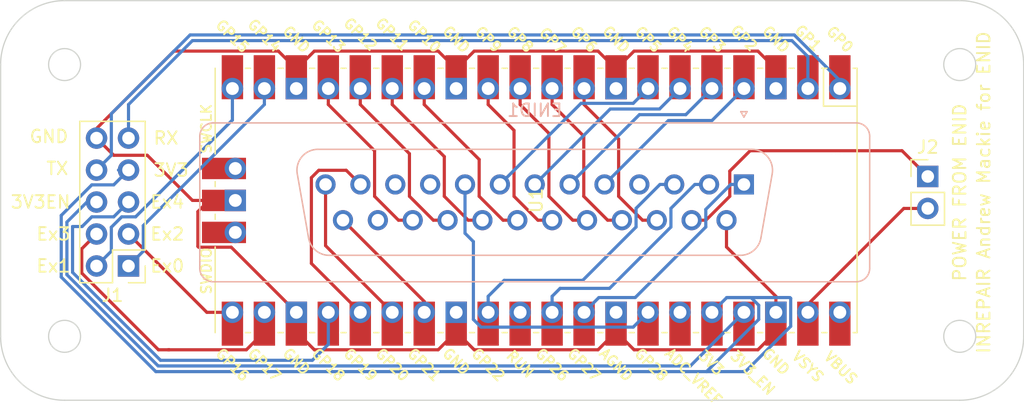
<source format=kicad_pcb>
(kicad_pcb (version 20171130) (host pcbnew "(5.1.8)-1")

  (general
    (thickness 1.6)
    (drawings 24)
    (tracks 201)
    (zones 0)
    (modules 4)
    (nets 41)
  )

  (page A4)
  (layers
    (0 F.Cu signal)
    (31 B.Cu signal)
    (32 B.Adhes user)
    (33 F.Adhes user)
    (34 B.Paste user)
    (35 F.Paste user)
    (36 B.SilkS user)
    (37 F.SilkS user)
    (38 B.Mask user)
    (39 F.Mask user)
    (40 Dwgs.User user)
    (41 Cmts.User user)
    (42 Eco1.User user)
    (43 Eco2.User user)
    (44 Edge.Cuts user)
    (45 Margin user)
    (46 B.CrtYd user)
    (47 F.CrtYd user)
    (48 B.Fab user)
    (49 F.Fab user)
  )

  (setup
    (last_trace_width 0.25)
    (trace_clearance 0.2)
    (zone_clearance 0.508)
    (zone_45_only no)
    (trace_min 0.2)
    (via_size 0.8)
    (via_drill 0.4)
    (via_min_size 0.4)
    (via_min_drill 0.3)
    (uvia_size 0.3)
    (uvia_drill 0.1)
    (uvias_allowed no)
    (uvia_min_size 0.2)
    (uvia_min_drill 0.1)
    (edge_width 0.1)
    (segment_width 0.2)
    (pcb_text_width 0.3)
    (pcb_text_size 1.5 1.5)
    (mod_edge_width 0.15)
    (mod_text_size 1 1)
    (mod_text_width 0.15)
    (pad_size 1.524 1.524)
    (pad_drill 0.762)
    (pad_to_mask_clearance 0)
    (aux_axis_origin 0 0)
    (visible_elements FFFFFF7F)
    (pcbplotparams
      (layerselection 0x010fc_ffffffff)
      (usegerberextensions false)
      (usegerberattributes true)
      (usegerberadvancedattributes true)
      (creategerberjobfile true)
      (excludeedgelayer true)
      (linewidth 0.100000)
      (plotframeref false)
      (viasonmask false)
      (mode 1)
      (useauxorigin false)
      (hpglpennumber 1)
      (hpglpenspeed 20)
      (hpglpendiameter 15.000000)
      (psnegative false)
      (psa4output false)
      (plotreference true)
      (plotvalue true)
      (plotinvisibletext false)
      (padsonsilk false)
      (subtractmaskfromsilk false)
      (outputformat 1)
      (mirror false)
      (drillshape 1)
      (scaleselection 1)
      (outputdirectory ""))
  )

  (net 0 "")
  (net 1 WAIT_REQUEST)
  (net 2 RESET)
  (net 3 DATA_0)
  (net 4 DATA_1)
  (net 5 DATA_2)
  (net 6 DATA_3)
  (net 7 DATA_4)
  (net 8 DATA_5)
  (net 9 DATA_6)
  (net 10 DATA_7)
  (net 11 +5V_1)
  (net 12 GND)
  (net 13 INTERRUPT_REQUEST)
  (net 14 INTERRUPT_ACKNOWLEDGE)
  (net 15 3.58MhzClock)
  (net 16 AUDIO)
  (net 17 CARD_SELECT)
  (net 18 ADDRESS_0)
  (net 19 ADDRESS_1)
  (net 20 ADDRESS_2)
  (net 21 ADDRESS_3)
  (net 22 1.79MhzClock)
  (net 23 WRITE)
  (net 24 READ)
  (net 25 IO_REQUEST)
  (net 26 RX)
  (net 27 TX)
  (net 28 3V3)
  (net 29 3V3_EN)
  (net 30 EXTRA_4)
  (net 31 EXTRA_3)
  (net 32 EXTRA_2)
  (net 33 EXTRA_1)
  (net 34 EXTRA_0)
  (net 35 VSYS)
  (net 36 "Net-(U1-Pad43)")
  (net 37 "Net-(U1-Pad41)")
  (net 38 "Net-(U1-Pad30)")
  (net 39 "Net-(U1-Pad35)")
  (net 40 "Net-(U1-Pad40)")

  (net_class Default "This is the default net class."
    (clearance 0.2)
    (trace_width 0.25)
    (via_dia 0.8)
    (via_drill 0.4)
    (uvia_dia 0.3)
    (uvia_drill 0.1)
    (add_net +5V_1)
    (add_net 1.79MhzClock)
    (add_net 3.58MhzClock)
    (add_net 3V3)
    (add_net 3V3_EN)
    (add_net ADDRESS_0)
    (add_net ADDRESS_1)
    (add_net ADDRESS_2)
    (add_net ADDRESS_3)
    (add_net AUDIO)
    (add_net CARD_SELECT)
    (add_net DATA_0)
    (add_net DATA_1)
    (add_net DATA_2)
    (add_net DATA_3)
    (add_net DATA_4)
    (add_net DATA_5)
    (add_net DATA_6)
    (add_net DATA_7)
    (add_net EXTRA_0)
    (add_net EXTRA_1)
    (add_net EXTRA_2)
    (add_net EXTRA_3)
    (add_net EXTRA_4)
    (add_net GND)
    (add_net INTERRUPT_ACKNOWLEDGE)
    (add_net INTERRUPT_REQUEST)
    (add_net IO_REQUEST)
    (add_net "Net-(U1-Pad30)")
    (add_net "Net-(U1-Pad35)")
    (add_net "Net-(U1-Pad40)")
    (add_net "Net-(U1-Pad41)")
    (add_net "Net-(U1-Pad43)")
    (add_net READ)
    (add_net RESET)
    (add_net RX)
    (add_net TX)
    (add_net VSYS)
    (add_net WAIT_REQUEST)
    (add_net WRITE)
  )

  (module Connector_Dsub:DSUB-25_Male_Vertical_P2.77x2.84mm (layer B.Cu) (tedit 59FEDEE2) (tstamp 64331018)
    (at 121.92 67.945 180)
    (descr "25-pin D-Sub connector, straight/vertical, THT-mount, male, pitch 2.77x2.84mm, distance of mounting holes 47.1mm, see https://disti-assets.s3.amazonaws.com/tonar/files/datasheets/16730.pdf")
    (tags "25-pin D-Sub connector straight vertical THT male pitch 2.77x2.84mm mounting holes distance 47.1mm")
    (path /64040DFF)
    (fp_text reference ENID1 (at 16.62 5.89) (layer B.SilkS)
      (effects (font (size 1 1) (thickness 0.15)) (justify mirror))
    )
    (fp_text value DB25_Male_MountingHoles (at 16.62 -8.73) (layer B.Fab)
      (effects (font (size 1 1) (thickness 0.15)) (justify mirror))
    )
    (fp_text user %R (at 16.62 -1.42) (layer B.Fab)
      (effects (font (size 1 1) (thickness 0.15)) (justify mirror))
    )
    (fp_arc (start 32.952421 -3.97) (end 32.952421 -5.63) (angle 80) (layer B.SilkS) (width 0.12))
    (fp_arc (start 0.287579 -3.97) (end 0.287579 -5.63) (angle -80) (layer B.SilkS) (width 0.12))
    (fp_arc (start 33.851689 1.13) (end 33.851689 2.79) (angle -100) (layer B.SilkS) (width 0.12))
    (fp_arc (start -0.611689 1.13) (end -0.611689 2.79) (angle 100) (layer B.SilkS) (width 0.12))
    (fp_arc (start 32.963927 -3.97) (end 32.963927 -5.57) (angle 80) (layer B.Fab) (width 0.1))
    (fp_arc (start 0.276073 -3.97) (end 0.276073 -5.57) (angle -80) (layer B.Fab) (width 0.1))
    (fp_arc (start 33.863194 1.13) (end 33.863194 2.73) (angle -100) (layer B.Fab) (width 0.1))
    (fp_arc (start -0.623194 1.13) (end -0.623194 2.73) (angle 100) (layer B.Fab) (width 0.1))
    (fp_arc (start 42.17 -6.67) (end 43.23 -6.67) (angle -90) (layer B.SilkS) (width 0.12))
    (fp_arc (start -8.93 -6.67) (end -9.99 -6.67) (angle 90) (layer B.SilkS) (width 0.12))
    (fp_arc (start 42.17 3.83) (end 42.17 4.89) (angle -90) (layer B.SilkS) (width 0.12))
    (fp_arc (start -8.93 3.83) (end -9.99 3.83) (angle -90) (layer B.SilkS) (width 0.12))
    (fp_arc (start 42.17 -6.67) (end 43.17 -6.67) (angle -90) (layer B.Fab) (width 0.1))
    (fp_arc (start -8.93 -6.67) (end -9.93 -6.67) (angle 90) (layer B.Fab) (width 0.1))
    (fp_arc (start 42.17 3.83) (end 42.17 4.83) (angle -90) (layer B.Fab) (width 0.1))
    (fp_arc (start -8.93 3.83) (end -9.93 3.83) (angle -90) (layer B.Fab) (width 0.1))
    (fp_line (start -8.93 4.83) (end 42.17 4.83) (layer B.Fab) (width 0.1))
    (fp_line (start 43.17 3.83) (end 43.17 -6.67) (layer B.Fab) (width 0.1))
    (fp_line (start 42.17 -7.67) (end -8.93 -7.67) (layer B.Fab) (width 0.1))
    (fp_line (start -9.93 -6.67) (end -9.93 3.83) (layer B.Fab) (width 0.1))
    (fp_line (start -8.93 4.89) (end 42.17 4.89) (layer B.SilkS) (width 0.12))
    (fp_line (start 43.23 3.83) (end 43.23 -6.67) (layer B.SilkS) (width 0.12))
    (fp_line (start 42.17 -7.73) (end -8.93 -7.73) (layer B.SilkS) (width 0.12))
    (fp_line (start -9.99 -6.67) (end -9.99 3.83) (layer B.SilkS) (width 0.12))
    (fp_line (start -0.25 5.784338) (end 0.25 5.784338) (layer B.SilkS) (width 0.12))
    (fp_line (start 0.25 5.784338) (end 0 5.351325) (layer B.SilkS) (width 0.12))
    (fp_line (start 0 5.351325) (end -0.25 5.784338) (layer B.SilkS) (width 0.12))
    (fp_line (start -0.623194 2.73) (end 33.863194 2.73) (layer B.Fab) (width 0.1))
    (fp_line (start 0.276073 -5.57) (end 32.963927 -5.57) (layer B.Fab) (width 0.1))
    (fp_line (start 35.438887 0.852163) (end 34.539619 -4.247837) (layer B.Fab) (width 0.1))
    (fp_line (start -2.198887 0.852163) (end -1.299619 -4.247837) (layer B.Fab) (width 0.1))
    (fp_line (start -0.611689 2.79) (end 33.851689 2.79) (layer B.SilkS) (width 0.12))
    (fp_line (start 0.287579 -5.63) (end 32.952421 -5.63) (layer B.SilkS) (width 0.12))
    (fp_line (start 35.48647 0.841744) (end 34.587202 -4.258256) (layer B.SilkS) (width 0.12))
    (fp_line (start -2.24647 0.841744) (end -1.347202 -4.258256) (layer B.SilkS) (width 0.12))
    (fp_line (start -10.45 5.35) (end -10.45 -8.2) (layer B.CrtYd) (width 0.05))
    (fp_line (start -10.45 -8.2) (end 43.7 -8.2) (layer B.CrtYd) (width 0.05))
    (fp_line (start 43.7 -8.2) (end 43.7 5.35) (layer B.CrtYd) (width 0.05))
    (fp_line (start 43.7 5.35) (end -10.45 5.35) (layer B.CrtYd) (width 0.05))
    (pad 25 thru_hole circle (at 31.855 -2.84 180) (size 1.6 1.6) (drill 1) (layers *.Cu *.Mask)
      (net 1 WAIT_REQUEST))
    (pad 24 thru_hole circle (at 29.085 -2.84 180) (size 1.6 1.6) (drill 1) (layers *.Cu *.Mask)
      (net 2 RESET))
    (pad 23 thru_hole circle (at 26.315 -2.84 180) (size 1.6 1.6) (drill 1) (layers *.Cu *.Mask)
      (net 3 DATA_0))
    (pad 22 thru_hole circle (at 23.545 -2.84 180) (size 1.6 1.6) (drill 1) (layers *.Cu *.Mask)
      (net 4 DATA_1))
    (pad 21 thru_hole circle (at 20.775 -2.84 180) (size 1.6 1.6) (drill 1) (layers *.Cu *.Mask)
      (net 5 DATA_2))
    (pad 20 thru_hole circle (at 18.005 -2.84 180) (size 1.6 1.6) (drill 1) (layers *.Cu *.Mask)
      (net 6 DATA_3))
    (pad 19 thru_hole circle (at 15.235 -2.84 180) (size 1.6 1.6) (drill 1) (layers *.Cu *.Mask)
      (net 7 DATA_4))
    (pad 18 thru_hole circle (at 12.465 -2.84 180) (size 1.6 1.6) (drill 1) (layers *.Cu *.Mask)
      (net 8 DATA_5))
    (pad 17 thru_hole circle (at 9.695 -2.84 180) (size 1.6 1.6) (drill 1) (layers *.Cu *.Mask)
      (net 9 DATA_6))
    (pad 16 thru_hole circle (at 6.925 -2.84 180) (size 1.6 1.6) (drill 1) (layers *.Cu *.Mask)
      (net 10 DATA_7))
    (pad 15 thru_hole circle (at 4.155 -2.84 180) (size 1.6 1.6) (drill 1) (layers *.Cu *.Mask)
      (net 11 +5V_1))
    (pad 14 thru_hole circle (at 1.385 -2.84 180) (size 1.6 1.6) (drill 1) (layers *.Cu *.Mask)
      (net 12 GND))
    (pad 13 thru_hole circle (at 33.24 0 180) (size 1.6 1.6) (drill 1) (layers *.Cu *.Mask)
      (net 13 INTERRUPT_REQUEST))
    (pad 12 thru_hole circle (at 30.47 0 180) (size 1.6 1.6) (drill 1) (layers *.Cu *.Mask)
      (net 14 INTERRUPT_ACKNOWLEDGE))
    (pad 11 thru_hole circle (at 27.7 0 180) (size 1.6 1.6) (drill 1) (layers *.Cu *.Mask)
      (net 15 3.58MhzClock))
    (pad 10 thru_hole circle (at 24.93 0 180) (size 1.6 1.6) (drill 1) (layers *.Cu *.Mask)
      (net 16 AUDIO))
    (pad 9 thru_hole circle (at 22.16 0 180) (size 1.6 1.6) (drill 1) (layers *.Cu *.Mask)
      (net 17 CARD_SELECT))
    (pad 8 thru_hole circle (at 19.39 0 180) (size 1.6 1.6) (drill 1) (layers *.Cu *.Mask)
      (net 18 ADDRESS_0))
    (pad 7 thru_hole circle (at 16.62 0 180) (size 1.6 1.6) (drill 1) (layers *.Cu *.Mask)
      (net 19 ADDRESS_1))
    (pad 6 thru_hole circle (at 13.85 0 180) (size 1.6 1.6) (drill 1) (layers *.Cu *.Mask)
      (net 20 ADDRESS_2))
    (pad 5 thru_hole circle (at 11.08 0 180) (size 1.6 1.6) (drill 1) (layers *.Cu *.Mask)
      (net 21 ADDRESS_3))
    (pad 4 thru_hole circle (at 8.31 0 180) (size 1.6 1.6) (drill 1) (layers *.Cu *.Mask)
      (net 22 1.79MhzClock))
    (pad 3 thru_hole circle (at 5.54 0 180) (size 1.6 1.6) (drill 1) (layers *.Cu *.Mask)
      (net 23 WRITE))
    (pad 2 thru_hole circle (at 2.77 0 180) (size 1.6 1.6) (drill 1) (layers *.Cu *.Mask)
      (net 24 READ))
    (pad 1 thru_hole rect (at 0 0 180) (size 1.6 1.6) (drill 1) (layers *.Cu *.Mask)
      (net 25 IO_REQUEST))
    (model ${KISYS3DMOD}/Connector_Dsub.3dshapes/DSUB-25_Male_Vertical_P2.77x2.84mm.wrl
      (at (xyz 0 0 0))
      (scale (xyz 1 1 1))
      (rotate (xyz 0 0 0))
    )
  )

  (module RaspyPie:RPi_Pico_SMD_TH (layer F.Cu) (tedit 5F638C80) (tstamp 64331114)
    (at 105.41 69.215 270)
    (descr "Through hole straight pin header, 2x20, 2.54mm pitch, double rows")
    (tags "Through hole pin header THT 2x20 2.54mm double row")
    (path /6431F1F0)
    (fp_text reference U1 (at 0 0 90) (layer F.SilkS)
      (effects (font (size 1 1) (thickness 0.15)))
    )
    (fp_text value Pico (at 0 2.159 90) (layer F.Fab)
      (effects (font (size 1 1) (thickness 0.15)))
    )
    (fp_text user "Copper Keepouts shown on Dwgs layer" (at 0.1 -30.2 90) (layer Cmts.User)
      (effects (font (size 1 1) (thickness 0.15)))
    )
    (fp_text user SWDIO (at 5.6 26.2 90) (layer F.SilkS)
      (effects (font (size 0.8 0.8) (thickness 0.15)))
    )
    (fp_text user SWCLK (at -5.7 26.2 90) (layer F.SilkS)
      (effects (font (size 0.8 0.8) (thickness 0.15)))
    )
    (fp_text user AGND (at 13.054 -6.35 135) (layer F.SilkS)
      (effects (font (size 0.8 0.8) (thickness 0.15)))
    )
    (fp_text user GND (at 12.8 -19.05 135) (layer F.SilkS)
      (effects (font (size 0.8 0.8) (thickness 0.15)))
    )
    (fp_text user GND (at 12.8 6.35 135) (layer F.SilkS)
      (effects (font (size 0.8 0.8) (thickness 0.15)))
    )
    (fp_text user GND (at 12.8 19.05 135) (layer F.SilkS)
      (effects (font (size 0.8 0.8) (thickness 0.15)))
    )
    (fp_text user GND (at -12.8 19.05 135) (layer F.SilkS)
      (effects (font (size 0.8 0.8) (thickness 0.15)))
    )
    (fp_text user GND (at -12.8 6.35 135) (layer F.SilkS)
      (effects (font (size 0.8 0.8) (thickness 0.15)))
    )
    (fp_text user GND (at -12.8 -6.35 135) (layer F.SilkS)
      (effects (font (size 0.8 0.8) (thickness 0.15)))
    )
    (fp_text user GND (at -12.8 -19.05 135) (layer F.SilkS)
      (effects (font (size 0.8 0.8) (thickness 0.15)))
    )
    (fp_text user VBUS (at 13.3 -24.2 135) (layer F.SilkS)
      (effects (font (size 0.8 0.8) (thickness 0.15)))
    )
    (fp_text user VSYS (at 13.2 -21.59 135) (layer F.SilkS)
      (effects (font (size 0.8 0.8) (thickness 0.15)))
    )
    (fp_text user 3V3_EN (at 13.7 -17.2 135) (layer F.SilkS)
      (effects (font (size 0.8 0.8) (thickness 0.15)))
    )
    (fp_text user 3V3 (at 12.9 -13.9 135) (layer F.SilkS)
      (effects (font (size 0.8 0.8) (thickness 0.15)))
    )
    (fp_text user ADC_VREF (at 14 -12.5 135) (layer F.SilkS)
      (effects (font (size 0.8 0.8) (thickness 0.15)))
    )
    (fp_text user GP28 (at 13.054 -9.144 135) (layer F.SilkS)
      (effects (font (size 0.8 0.8) (thickness 0.15)))
    )
    (fp_text user GP27 (at 13.054 -3.8 135) (layer F.SilkS)
      (effects (font (size 0.8 0.8) (thickness 0.15)))
    )
    (fp_text user GP26 (at 13.054 -1.27 135) (layer F.SilkS)
      (effects (font (size 0.8 0.8) (thickness 0.15)))
    )
    (fp_text user RUN (at 13 1.27 135) (layer F.SilkS)
      (effects (font (size 0.8 0.8) (thickness 0.15)))
    )
    (fp_text user GP22 (at 13.054 3.81 135) (layer F.SilkS)
      (effects (font (size 0.8 0.8) (thickness 0.15)))
    )
    (fp_text user GP21 (at 13.054 8.9 135) (layer F.SilkS)
      (effects (font (size 0.8 0.8) (thickness 0.15)))
    )
    (fp_text user GP20 (at 13.054 11.43 135) (layer F.SilkS)
      (effects (font (size 0.8 0.8) (thickness 0.15)))
    )
    (fp_text user GP19 (at 13.054 13.97 135) (layer F.SilkS)
      (effects (font (size 0.8 0.8) (thickness 0.15)))
    )
    (fp_text user GP18 (at 13.054 16.51 135) (layer F.SilkS)
      (effects (font (size 0.8 0.8) (thickness 0.15)))
    )
    (fp_text user GP17 (at 13.054 21.59 135) (layer F.SilkS)
      (effects (font (size 0.8 0.8) (thickness 0.15)))
    )
    (fp_text user GP16 (at 13.054 24.13 135) (layer F.SilkS)
      (effects (font (size 0.8 0.8) (thickness 0.15)))
    )
    (fp_text user GP15 (at -13.054 24.13 135) (layer F.SilkS)
      (effects (font (size 0.8 0.8) (thickness 0.15)))
    )
    (fp_text user GP14 (at -13.1 21.59 135) (layer F.SilkS)
      (effects (font (size 0.8 0.8) (thickness 0.15)))
    )
    (fp_text user GP13 (at -13.054 16.51 135) (layer F.SilkS)
      (effects (font (size 0.8 0.8) (thickness 0.15)))
    )
    (fp_text user GP12 (at -13.2 13.97 135) (layer F.SilkS)
      (effects (font (size 0.8 0.8) (thickness 0.15)))
    )
    (fp_text user GP11 (at -13.2 11.43 135) (layer F.SilkS)
      (effects (font (size 0.8 0.8) (thickness 0.15)))
    )
    (fp_text user GP10 (at -13.054 8.89 135) (layer F.SilkS)
      (effects (font (size 0.8 0.8) (thickness 0.15)))
    )
    (fp_text user GP9 (at -12.8 3.81 135) (layer F.SilkS)
      (effects (font (size 0.8 0.8) (thickness 0.15)))
    )
    (fp_text user GP8 (at -12.8 1.27 135) (layer F.SilkS)
      (effects (font (size 0.8 0.8) (thickness 0.15)))
    )
    (fp_text user GP7 (at -12.7 -1.3 135) (layer F.SilkS)
      (effects (font (size 0.8 0.8) (thickness 0.15)))
    )
    (fp_text user GP6 (at -12.8 -3.81 135) (layer F.SilkS)
      (effects (font (size 0.8 0.8) (thickness 0.15)))
    )
    (fp_text user GP5 (at -12.8 -8.89 135) (layer F.SilkS)
      (effects (font (size 0.8 0.8) (thickness 0.15)))
    )
    (fp_text user GP4 (at -12.8 -11.43 135) (layer F.SilkS)
      (effects (font (size 0.8 0.8) (thickness 0.15)))
    )
    (fp_text user GP3 (at -12.8 -13.97 135) (layer F.SilkS)
      (effects (font (size 0.8 0.8) (thickness 0.15)))
    )
    (fp_text user GP0 (at -12.8 -24.13 135) (layer F.SilkS)
      (effects (font (size 0.8 0.8) (thickness 0.15)))
    )
    (fp_text user GP2 (at -12.9 -16.51 135) (layer F.SilkS)
      (effects (font (size 0.8 0.8) (thickness 0.15)))
    )
    (fp_text user GP1 (at -12.9 -21.6 135) (layer F.SilkS)
      (effects (font (size 0.8 0.8) (thickness 0.15)))
    )
    (fp_text user %R (at 0 0 270) (layer F.Fab)
      (effects (font (size 1 1) (thickness 0.15)))
    )
    (fp_line (start 1.1 25.5) (end 1.5 25.5) (layer F.SilkS) (width 0.12))
    (fp_line (start -1.5 25.5) (end -1.1 25.5) (layer F.SilkS) (width 0.12))
    (fp_line (start 10.5 25.5) (end 3.7 25.5) (layer F.SilkS) (width 0.12))
    (fp_line (start 10.5 15.1) (end 10.5 15.5) (layer F.SilkS) (width 0.12))
    (fp_line (start 10.5 7.4) (end 10.5 7.8) (layer F.SilkS) (width 0.12))
    (fp_line (start 10.5 -18) (end 10.5 -17.6) (layer F.SilkS) (width 0.12))
    (fp_line (start 10.5 -25.5) (end 10.5 -25.2) (layer F.SilkS) (width 0.12))
    (fp_line (start 10.5 -2.7) (end 10.5 -2.3) (layer F.SilkS) (width 0.12))
    (fp_line (start 10.5 12.5) (end 10.5 12.9) (layer F.SilkS) (width 0.12))
    (fp_line (start 10.5 -7.8) (end 10.5 -7.4) (layer F.SilkS) (width 0.12))
    (fp_line (start 10.5 -12.9) (end 10.5 -12.5) (layer F.SilkS) (width 0.12))
    (fp_line (start 10.5 -0.2) (end 10.5 0.2) (layer F.SilkS) (width 0.12))
    (fp_line (start 10.5 4.9) (end 10.5 5.3) (layer F.SilkS) (width 0.12))
    (fp_line (start 10.5 20.1) (end 10.5 20.5) (layer F.SilkS) (width 0.12))
    (fp_line (start 10.5 22.7) (end 10.5 23.1) (layer F.SilkS) (width 0.12))
    (fp_line (start 10.5 17.6) (end 10.5 18) (layer F.SilkS) (width 0.12))
    (fp_line (start 10.5 -15.4) (end 10.5 -15) (layer F.SilkS) (width 0.12))
    (fp_line (start 10.5 -23.1) (end 10.5 -22.7) (layer F.SilkS) (width 0.12))
    (fp_line (start 10.5 -20.5) (end 10.5 -20.1) (layer F.SilkS) (width 0.12))
    (fp_line (start 10.5 10) (end 10.5 10.4) (layer F.SilkS) (width 0.12))
    (fp_line (start 10.5 2.3) (end 10.5 2.7) (layer F.SilkS) (width 0.12))
    (fp_line (start 10.5 -5.3) (end 10.5 -4.9) (layer F.SilkS) (width 0.12))
    (fp_line (start 10.5 -10.4) (end 10.5 -10) (layer F.SilkS) (width 0.12))
    (fp_line (start -10.5 22.7) (end -10.5 23.1) (layer F.SilkS) (width 0.12))
    (fp_line (start -10.5 20.1) (end -10.5 20.5) (layer F.SilkS) (width 0.12))
    (fp_line (start -10.5 17.6) (end -10.5 18) (layer F.SilkS) (width 0.12))
    (fp_line (start -10.5 15.1) (end -10.5 15.5) (layer F.SilkS) (width 0.12))
    (fp_line (start -10.5 12.5) (end -10.5 12.9) (layer F.SilkS) (width 0.12))
    (fp_line (start -10.5 10) (end -10.5 10.4) (layer F.SilkS) (width 0.12))
    (fp_line (start -10.5 7.4) (end -10.5 7.8) (layer F.SilkS) (width 0.12))
    (fp_line (start -10.5 4.9) (end -10.5 5.3) (layer F.SilkS) (width 0.12))
    (fp_line (start -10.5 2.3) (end -10.5 2.7) (layer F.SilkS) (width 0.12))
    (fp_line (start -10.5 -0.2) (end -10.5 0.2) (layer F.SilkS) (width 0.12))
    (fp_line (start -10.5 -2.7) (end -10.5 -2.3) (layer F.SilkS) (width 0.12))
    (fp_line (start -10.5 -5.3) (end -10.5 -4.9) (layer F.SilkS) (width 0.12))
    (fp_line (start -10.5 -7.8) (end -10.5 -7.4) (layer F.SilkS) (width 0.12))
    (fp_line (start -10.5 -10.4) (end -10.5 -10) (layer F.SilkS) (width 0.12))
    (fp_line (start -10.5 -12.9) (end -10.5 -12.5) (layer F.SilkS) (width 0.12))
    (fp_line (start -10.5 -15.4) (end -10.5 -15) (layer F.SilkS) (width 0.12))
    (fp_line (start -10.5 -18) (end -10.5 -17.6) (layer F.SilkS) (width 0.12))
    (fp_line (start -10.5 -20.5) (end -10.5 -20.1) (layer F.SilkS) (width 0.12))
    (fp_line (start -10.5 -23.1) (end -10.5 -22.7) (layer F.SilkS) (width 0.12))
    (fp_line (start -10.5 -25.5) (end -10.5 -25.2) (layer F.SilkS) (width 0.12))
    (fp_line (start -7.493 -22.833) (end -7.493 -25.5) (layer F.SilkS) (width 0.12))
    (fp_line (start -10.5 -22.833) (end -7.493 -22.833) (layer F.SilkS) (width 0.12))
    (fp_line (start -3.7 25.5) (end -10.5 25.5) (layer F.SilkS) (width 0.12))
    (fp_line (start -10.5 -25.5) (end 10.5 -25.5) (layer F.SilkS) (width 0.12))
    (fp_line (start -11 26) (end -11 -26) (layer F.CrtYd) (width 0.12))
    (fp_line (start 11 26) (end -11 26) (layer F.CrtYd) (width 0.12))
    (fp_line (start 11 -26) (end 11 26) (layer F.CrtYd) (width 0.12))
    (fp_line (start -11 -26) (end 11 -26) (layer F.CrtYd) (width 0.12))
    (fp_line (start -10.5 -24.2) (end -9.2 -25.5) (layer F.Fab) (width 0.12))
    (fp_line (start -10.5 25.5) (end -10.5 -25.5) (layer F.Fab) (width 0.12))
    (fp_line (start 10.5 25.5) (end -10.5 25.5) (layer F.Fab) (width 0.12))
    (fp_line (start 10.5 -25.5) (end 10.5 25.5) (layer F.Fab) (width 0.12))
    (fp_line (start -10.5 -25.5) (end 10.5 -25.5) (layer F.Fab) (width 0.12))
    (fp_poly (pts (xy -1.5 -16.5) (xy -3.5 -16.5) (xy -3.5 -18.5) (xy -1.5 -18.5)) (layer Dwgs.User) (width 0.1))
    (fp_poly (pts (xy -1.5 -14) (xy -3.5 -14) (xy -3.5 -16) (xy -1.5 -16)) (layer Dwgs.User) (width 0.1))
    (fp_poly (pts (xy -1.5 -11.5) (xy -3.5 -11.5) (xy -3.5 -13.5) (xy -1.5 -13.5)) (layer Dwgs.User) (width 0.1))
    (fp_poly (pts (xy 3.7 -20.2) (xy -3.7 -20.2) (xy -3.7 -24.9) (xy 3.7 -24.9)) (layer Dwgs.User) (width 0.1))
    (pad 43 thru_hole oval (at 2.54 23.9 270) (size 1.7 1.7) (drill 1.02) (layers *.Cu *.Mask)
      (net 36 "Net-(U1-Pad43)"))
    (pad 43 smd rect (at 2.54 23.9) (size 3.5 1.7) (drill (offset -0.9 0)) (layers F.Cu F.Mask)
      (net 36 "Net-(U1-Pad43)"))
    (pad 42 thru_hole rect (at 0 23.9 270) (size 1.7 1.7) (drill 1.02) (layers *.Cu *.Mask)
      (net 12 GND))
    (pad 42 smd rect (at 0 23.9) (size 3.5 1.7) (drill (offset -0.9 0)) (layers F.Cu F.Mask)
      (net 12 GND))
    (pad 41 thru_hole oval (at -2.54 23.9 270) (size 1.7 1.7) (drill 1.02) (layers *.Cu *.Mask)
      (net 37 "Net-(U1-Pad41)"))
    (pad 41 smd rect (at -2.54 23.9) (size 3.5 1.7) (drill (offset -0.9 0)) (layers F.Cu F.Mask)
      (net 37 "Net-(U1-Pad41)"))
    (pad "" np_thru_hole oval (at 2.425 -20.97 270) (size 1.5 1.5) (drill 1.5) (layers *.Cu *.Mask))
    (pad "" np_thru_hole oval (at -2.425 -20.97 270) (size 1.5 1.5) (drill 1.5) (layers *.Cu *.Mask))
    (pad "" np_thru_hole oval (at 2.725 -24 270) (size 1.8 1.8) (drill 1.8) (layers *.Cu *.Mask))
    (pad "" np_thru_hole oval (at -2.725 -24 270) (size 1.8 1.8) (drill 1.8) (layers *.Cu *.Mask))
    (pad 21 smd rect (at 8.89 24.13 270) (size 3.5 1.7) (drill (offset 0.9 0)) (layers F.Cu F.Mask)
      (net 32 EXTRA_2))
    (pad 22 smd rect (at 8.89 21.59 270) (size 3.5 1.7) (drill (offset 0.9 0)) (layers F.Cu F.Mask)
      (net 31 EXTRA_3))
    (pad 23 smd rect (at 8.89 19.05 270) (size 3.5 1.7) (drill (offset 0.9 0)) (layers F.Cu F.Mask)
      (net 12 GND))
    (pad 24 smd rect (at 8.89 16.51 270) (size 3.5 1.7) (drill (offset 0.9 0)) (layers F.Cu F.Mask)
      (net 30 EXTRA_4))
    (pad 25 smd rect (at 8.89 13.97 270) (size 3.5 1.7) (drill (offset 0.9 0)) (layers F.Cu F.Mask)
      (net 14 INTERRUPT_ACKNOWLEDGE))
    (pad 26 smd rect (at 8.89 11.43 270) (size 3.5 1.7) (drill (offset 0.9 0)) (layers F.Cu F.Mask)
      (net 13 INTERRUPT_REQUEST))
    (pad 27 smd rect (at 8.89 8.89 270) (size 3.5 1.7) (drill (offset 0.9 0)) (layers F.Cu F.Mask)
      (net 1 WAIT_REQUEST))
    (pad 28 smd rect (at 8.89 6.35 270) (size 3.5 1.7) (drill (offset 0.9 0)) (layers F.Cu F.Mask)
      (net 12 GND))
    (pad 29 smd rect (at 8.89 3.81 270) (size 3.5 1.7) (drill (offset 0.9 0)) (layers F.Cu F.Mask)
      (net 23 WRITE))
    (pad 30 smd rect (at 8.89 1.27 270) (size 3.5 1.7) (drill (offset 0.9 0)) (layers F.Cu F.Mask)
      (net 38 "Net-(U1-Pad30)"))
    (pad 31 smd rect (at 8.89 -1.27 270) (size 3.5 1.7) (drill (offset 0.9 0)) (layers F.Cu F.Mask)
      (net 24 READ))
    (pad 32 smd rect (at 8.89 -3.81 270) (size 3.5 1.7) (drill (offset 0.9 0)) (layers F.Cu F.Mask)
      (net 25 IO_REQUEST))
    (pad 33 smd rect (at 8.89 -6.35 270) (size 3.5 1.7) (drill (offset 0.9 0)) (layers F.Cu F.Mask)
      (net 12 GND))
    (pad 34 smd rect (at 8.89 -8.89 270) (size 3.5 1.7) (drill (offset 0.9 0)) (layers F.Cu F.Mask)
      (net 17 CARD_SELECT))
    (pad 35 smd rect (at 8.89 -11.43 270) (size 3.5 1.7) (drill (offset 0.9 0)) (layers F.Cu F.Mask)
      (net 39 "Net-(U1-Pad35)"))
    (pad 36 smd rect (at 8.89 -13.97 270) (size 3.5 1.7) (drill (offset 0.9 0)) (layers F.Cu F.Mask)
      (net 28 3V3))
    (pad 37 smd rect (at 8.89 -16.51 270) (size 3.5 1.7) (drill (offset 0.9 0)) (layers F.Cu F.Mask)
      (net 29 3V3_EN))
    (pad 38 smd rect (at 8.89 -19.05 270) (size 3.5 1.7) (drill (offset 0.9 0)) (layers F.Cu F.Mask)
      (net 12 GND))
    (pad 39 smd rect (at 8.89 -21.59 270) (size 3.5 1.7) (drill (offset 0.9 0)) (layers F.Cu F.Mask)
      (net 35 VSYS))
    (pad 40 smd rect (at 8.89 -24.13 270) (size 3.5 1.7) (drill (offset 0.9 0)) (layers F.Cu F.Mask)
      (net 40 "Net-(U1-Pad40)"))
    (pad 20 smd rect (at -8.89 24.13 270) (size 3.5 1.7) (drill (offset -0.9 0)) (layers F.Cu F.Mask)
      (net 33 EXTRA_1))
    (pad 19 smd rect (at -8.89 21.59 270) (size 3.5 1.7) (drill (offset -0.9 0)) (layers F.Cu F.Mask)
      (net 34 EXTRA_0))
    (pad 18 smd rect (at -8.89 19.05 270) (size 3.5 1.7) (drill (offset -0.9 0)) (layers F.Cu F.Mask)
      (net 12 GND))
    (pad 17 smd rect (at -8.89 16.51 270) (size 3.5 1.7) (drill (offset -0.9 0)) (layers F.Cu F.Mask)
      (net 3 DATA_0))
    (pad 16 smd rect (at -8.89 13.97 270) (size 3.5 1.7) (drill (offset -0.9 0)) (layers F.Cu F.Mask)
      (net 4 DATA_1))
    (pad 15 smd rect (at -8.89 11.43 270) (size 3.5 1.7) (drill (offset -0.9 0)) (layers F.Cu F.Mask)
      (net 5 DATA_2))
    (pad 14 smd rect (at -8.89 8.89 270) (size 3.5 1.7) (drill (offset -0.9 0)) (layers F.Cu F.Mask)
      (net 6 DATA_3))
    (pad 13 smd rect (at -8.89 6.35 270) (size 3.5 1.7) (drill (offset -0.9 0)) (layers F.Cu F.Mask)
      (net 12 GND))
    (pad 12 smd rect (at -8.89 3.81 270) (size 3.5 1.7) (drill (offset -0.9 0)) (layers F.Cu F.Mask)
      (net 7 DATA_4))
    (pad 11 smd rect (at -8.89 1.27 270) (size 3.5 1.7) (drill (offset -0.9 0)) (layers F.Cu F.Mask)
      (net 8 DATA_5))
    (pad 10 smd rect (at -8.89 -1.27 270) (size 3.5 1.7) (drill (offset -0.9 0)) (layers F.Cu F.Mask)
      (net 9 DATA_6))
    (pad 9 smd rect (at -8.89 -3.81 270) (size 3.5 1.7) (drill (offset -0.9 0)) (layers F.Cu F.Mask)
      (net 10 DATA_7))
    (pad 8 smd rect (at -8.89 -6.35 270) (size 3.5 1.7) (drill (offset -0.9 0)) (layers F.Cu F.Mask)
      (net 12 GND))
    (pad 7 smd rect (at -8.89 -8.89 270) (size 3.5 1.7) (drill (offset -0.9 0)) (layers F.Cu F.Mask)
      (net 18 ADDRESS_0))
    (pad 6 smd rect (at -8.89 -11.43 270) (size 3.5 1.7) (drill (offset -0.9 0)) (layers F.Cu F.Mask)
      (net 19 ADDRESS_1))
    (pad 5 smd rect (at -8.89 -13.97 270) (size 3.5 1.7) (drill (offset -0.9 0)) (layers F.Cu F.Mask)
      (net 20 ADDRESS_2))
    (pad 4 smd rect (at -8.89 -16.51 270) (size 3.5 1.7) (drill (offset -0.9 0)) (layers F.Cu F.Mask)
      (net 21 ADDRESS_3))
    (pad 3 smd rect (at -8.89 -19.05 270) (size 3.5 1.7) (drill (offset -0.9 0)) (layers F.Cu F.Mask)
      (net 12 GND))
    (pad 2 smd rect (at -8.89 -21.59 270) (size 3.5 1.7) (drill (offset -0.9 0)) (layers F.Cu F.Mask)
      (net 26 RX))
    (pad 1 smd rect (at -8.89 -24.13 270) (size 3.5 1.7) (drill (offset -0.9 0)) (layers F.Cu F.Mask)
      (net 27 TX))
    (pad 40 thru_hole oval (at 8.89 -24.13 270) (size 1.7 1.7) (drill 1.02) (layers *.Cu *.Mask)
      (net 40 "Net-(U1-Pad40)"))
    (pad 39 thru_hole oval (at 8.89 -21.59 270) (size 1.7 1.7) (drill 1.02) (layers *.Cu *.Mask)
      (net 35 VSYS))
    (pad 38 thru_hole rect (at 8.89 -19.05 270) (size 1.7 1.7) (drill 1.02) (layers *.Cu *.Mask)
      (net 12 GND))
    (pad 37 thru_hole oval (at 8.89 -16.51 270) (size 1.7 1.7) (drill 1.02) (layers *.Cu *.Mask)
      (net 29 3V3_EN))
    (pad 36 thru_hole oval (at 8.89 -13.97 270) (size 1.7 1.7) (drill 1.02) (layers *.Cu *.Mask)
      (net 28 3V3))
    (pad 35 thru_hole oval (at 8.89 -11.43 270) (size 1.7 1.7) (drill 1.02) (layers *.Cu *.Mask)
      (net 39 "Net-(U1-Pad35)"))
    (pad 34 thru_hole oval (at 8.89 -8.89 270) (size 1.7 1.7) (drill 1.02) (layers *.Cu *.Mask)
      (net 17 CARD_SELECT))
    (pad 33 thru_hole rect (at 8.89 -6.35 270) (size 1.7 1.7) (drill 1.02) (layers *.Cu *.Mask)
      (net 12 GND))
    (pad 32 thru_hole oval (at 8.89 -3.81 270) (size 1.7 1.7) (drill 1.02) (layers *.Cu *.Mask)
      (net 25 IO_REQUEST))
    (pad 31 thru_hole oval (at 8.89 -1.27 270) (size 1.7 1.7) (drill 1.02) (layers *.Cu *.Mask)
      (net 24 READ))
    (pad 30 thru_hole oval (at 8.89 1.27 270) (size 1.7 1.7) (drill 1.02) (layers *.Cu *.Mask)
      (net 38 "Net-(U1-Pad30)"))
    (pad 29 thru_hole oval (at 8.89 3.81 270) (size 1.7 1.7) (drill 1.02) (layers *.Cu *.Mask)
      (net 23 WRITE))
    (pad 28 thru_hole rect (at 8.89 6.35 270) (size 1.7 1.7) (drill 1.02) (layers *.Cu *.Mask)
      (net 12 GND))
    (pad 27 thru_hole oval (at 8.89 8.89 270) (size 1.7 1.7) (drill 1.02) (layers *.Cu *.Mask)
      (net 1 WAIT_REQUEST))
    (pad 26 thru_hole oval (at 8.89 11.43 270) (size 1.7 1.7) (drill 1.02) (layers *.Cu *.Mask)
      (net 13 INTERRUPT_REQUEST))
    (pad 25 thru_hole oval (at 8.89 13.97 270) (size 1.7 1.7) (drill 1.02) (layers *.Cu *.Mask)
      (net 14 INTERRUPT_ACKNOWLEDGE))
    (pad 24 thru_hole oval (at 8.89 16.51 270) (size 1.7 1.7) (drill 1.02) (layers *.Cu *.Mask)
      (net 30 EXTRA_4))
    (pad 23 thru_hole rect (at 8.89 19.05 270) (size 1.7 1.7) (drill 1.02) (layers *.Cu *.Mask)
      (net 12 GND))
    (pad 22 thru_hole oval (at 8.89 21.59 270) (size 1.7 1.7) (drill 1.02) (layers *.Cu *.Mask)
      (net 31 EXTRA_3))
    (pad 21 thru_hole oval (at 8.89 24.13 270) (size 1.7 1.7) (drill 1.02) (layers *.Cu *.Mask)
      (net 32 EXTRA_2))
    (pad 20 thru_hole oval (at -8.89 24.13 270) (size 1.7 1.7) (drill 1.02) (layers *.Cu *.Mask)
      (net 33 EXTRA_1))
    (pad 19 thru_hole oval (at -8.89 21.59 270) (size 1.7 1.7) (drill 1.02) (layers *.Cu *.Mask)
      (net 34 EXTRA_0))
    (pad 18 thru_hole rect (at -8.89 19.05 270) (size 1.7 1.7) (drill 1.02) (layers *.Cu *.Mask)
      (net 12 GND))
    (pad 17 thru_hole oval (at -8.89 16.51 270) (size 1.7 1.7) (drill 1.02) (layers *.Cu *.Mask)
      (net 3 DATA_0))
    (pad 16 thru_hole oval (at -8.89 13.97 270) (size 1.7 1.7) (drill 1.02) (layers *.Cu *.Mask)
      (net 4 DATA_1))
    (pad 15 thru_hole oval (at -8.89 11.43 270) (size 1.7 1.7) (drill 1.02) (layers *.Cu *.Mask)
      (net 5 DATA_2))
    (pad 14 thru_hole oval (at -8.89 8.89 270) (size 1.7 1.7) (drill 1.02) (layers *.Cu *.Mask)
      (net 6 DATA_3))
    (pad 13 thru_hole rect (at -8.89 6.35 270) (size 1.7 1.7) (drill 1.02) (layers *.Cu *.Mask)
      (net 12 GND))
    (pad 12 thru_hole oval (at -8.89 3.81 270) (size 1.7 1.7) (drill 1.02) (layers *.Cu *.Mask)
      (net 7 DATA_4))
    (pad 11 thru_hole oval (at -8.89 1.27 270) (size 1.7 1.7) (drill 1.02) (layers *.Cu *.Mask)
      (net 8 DATA_5))
    (pad 10 thru_hole oval (at -8.89 -1.27 270) (size 1.7 1.7) (drill 1.02) (layers *.Cu *.Mask)
      (net 9 DATA_6))
    (pad 9 thru_hole oval (at -8.89 -3.81 270) (size 1.7 1.7) (drill 1.02) (layers *.Cu *.Mask)
      (net 10 DATA_7))
    (pad 8 thru_hole rect (at -8.89 -6.35 270) (size 1.7 1.7) (drill 1.02) (layers *.Cu *.Mask)
      (net 12 GND))
    (pad 7 thru_hole oval (at -8.89 -8.89 270) (size 1.7 1.7) (drill 1.02) (layers *.Cu *.Mask)
      (net 18 ADDRESS_0))
    (pad 6 thru_hole oval (at -8.89 -11.43 270) (size 1.7 1.7) (drill 1.02) (layers *.Cu *.Mask)
      (net 19 ADDRESS_1))
    (pad 5 thru_hole oval (at -8.89 -13.97 270) (size 1.7 1.7) (drill 1.02) (layers *.Cu *.Mask)
      (net 20 ADDRESS_2))
    (pad 4 thru_hole oval (at -8.89 -16.51 270) (size 1.7 1.7) (drill 1.02) (layers *.Cu *.Mask)
      (net 21 ADDRESS_3))
    (pad 3 thru_hole rect (at -8.89 -19.05 270) (size 1.7 1.7) (drill 1.02) (layers *.Cu *.Mask)
      (net 12 GND))
    (pad 2 thru_hole oval (at -8.89 -21.59 270) (size 1.7 1.7) (drill 1.02) (layers *.Cu *.Mask)
      (net 26 RX))
    (pad 1 thru_hole oval (at -8.89 -24.13 270) (size 1.7 1.7) (drill 1.02) (layers *.Cu *.Mask)
      (net 27 TX))
  )

  (module Connector_PinHeader_2.54mm:PinHeader_1x02_P2.54mm_Vertical (layer F.Cu) (tedit 59FED5CC) (tstamp 6433104E)
    (at 136.525 67.31)
    (descr "Through hole straight pin header, 1x02, 2.54mm pitch, single row")
    (tags "Through hole pin header THT 1x02 2.54mm single row")
    (path /6434C7A7)
    (fp_text reference J2 (at 0 -2.33) (layer F.SilkS)
      (effects (font (size 1 1) (thickness 0.15)))
    )
    (fp_text value POWER_FROM_ENID (at 3.175 1.27 90) (layer F.Fab)
      (effects (font (size 1 1) (thickness 0.15)))
    )
    (fp_text user %R (at 0 1.27 90) (layer F.Fab)
      (effects (font (size 1 1) (thickness 0.15)))
    )
    (fp_line (start -0.635 -1.27) (end 1.27 -1.27) (layer F.Fab) (width 0.1))
    (fp_line (start 1.27 -1.27) (end 1.27 3.81) (layer F.Fab) (width 0.1))
    (fp_line (start 1.27 3.81) (end -1.27 3.81) (layer F.Fab) (width 0.1))
    (fp_line (start -1.27 3.81) (end -1.27 -0.635) (layer F.Fab) (width 0.1))
    (fp_line (start -1.27 -0.635) (end -0.635 -1.27) (layer F.Fab) (width 0.1))
    (fp_line (start -1.33 3.87) (end 1.33 3.87) (layer F.SilkS) (width 0.12))
    (fp_line (start -1.33 1.27) (end -1.33 3.87) (layer F.SilkS) (width 0.12))
    (fp_line (start 1.33 1.27) (end 1.33 3.87) (layer F.SilkS) (width 0.12))
    (fp_line (start -1.33 1.27) (end 1.33 1.27) (layer F.SilkS) (width 0.12))
    (fp_line (start -1.33 0) (end -1.33 -1.33) (layer F.SilkS) (width 0.12))
    (fp_line (start -1.33 -1.33) (end 0 -1.33) (layer F.SilkS) (width 0.12))
    (fp_line (start -1.8 -1.8) (end -1.8 4.35) (layer F.CrtYd) (width 0.05))
    (fp_line (start -1.8 4.35) (end 1.8 4.35) (layer F.CrtYd) (width 0.05))
    (fp_line (start 1.8 4.35) (end 1.8 -1.8) (layer F.CrtYd) (width 0.05))
    (fp_line (start 1.8 -1.8) (end -1.8 -1.8) (layer F.CrtYd) (width 0.05))
    (pad 2 thru_hole oval (at 0 2.54) (size 1.7 1.7) (drill 1) (layers *.Cu *.Mask)
      (net 35 VSYS))
    (pad 1 thru_hole rect (at 0 0) (size 1.7 1.7) (drill 1) (layers *.Cu *.Mask)
      (net 11 +5V_1))
    (model ${KISYS3DMOD}/Connector_PinHeader_2.54mm.3dshapes/PinHeader_1x02_P2.54mm_Vertical.wrl
      (at (xyz 0 0 0))
      (scale (xyz 1 1 1))
      (rotate (xyz 0 0 0))
    )
  )

  (module Connector_PinHeader_2.54mm:PinHeader_2x05_P2.54mm_Vertical (layer F.Cu) (tedit 59FED5CC) (tstamp 64331038)
    (at 73.025 74.422 180)
    (descr "Through hole straight pin header, 2x05, 2.54mm pitch, double rows")
    (tags "Through hole pin header THT 2x05 2.54mm double row")
    (path /643494B3)
    (fp_text reference J1 (at 1.27 -2.33) (layer F.SilkS)
      (effects (font (size 1 1) (thickness 0.15)))
    )
    (fp_text value EXTRAS (at 1.27 12.49) (layer F.Fab)
      (effects (font (size 1 1) (thickness 0.15)))
    )
    (fp_text user %R (at 1.27 5.08 90) (layer F.Fab)
      (effects (font (size 1 1) (thickness 0.15)))
    )
    (fp_line (start 0 -1.27) (end 3.81 -1.27) (layer F.Fab) (width 0.1))
    (fp_line (start 3.81 -1.27) (end 3.81 11.43) (layer F.Fab) (width 0.1))
    (fp_line (start 3.81 11.43) (end -1.27 11.43) (layer F.Fab) (width 0.1))
    (fp_line (start -1.27 11.43) (end -1.27 0) (layer F.Fab) (width 0.1))
    (fp_line (start -1.27 0) (end 0 -1.27) (layer F.Fab) (width 0.1))
    (fp_line (start -1.33 11.49) (end 3.87 11.49) (layer F.SilkS) (width 0.12))
    (fp_line (start -1.33 1.27) (end -1.33 11.49) (layer F.SilkS) (width 0.12))
    (fp_line (start 3.87 -1.33) (end 3.87 11.49) (layer F.SilkS) (width 0.12))
    (fp_line (start -1.33 1.27) (end 1.27 1.27) (layer F.SilkS) (width 0.12))
    (fp_line (start 1.27 1.27) (end 1.27 -1.33) (layer F.SilkS) (width 0.12))
    (fp_line (start 1.27 -1.33) (end 3.87 -1.33) (layer F.SilkS) (width 0.12))
    (fp_line (start -1.33 0) (end -1.33 -1.33) (layer F.SilkS) (width 0.12))
    (fp_line (start -1.33 -1.33) (end 0 -1.33) (layer F.SilkS) (width 0.12))
    (fp_line (start -1.8 -1.8) (end -1.8 11.95) (layer F.CrtYd) (width 0.05))
    (fp_line (start -1.8 11.95) (end 4.35 11.95) (layer F.CrtYd) (width 0.05))
    (fp_line (start 4.35 11.95) (end 4.35 -1.8) (layer F.CrtYd) (width 0.05))
    (fp_line (start 4.35 -1.8) (end -1.8 -1.8) (layer F.CrtYd) (width 0.05))
    (pad 10 thru_hole oval (at 2.54 10.16 180) (size 1.7 1.7) (drill 1) (layers *.Cu *.Mask)
      (net 12 GND))
    (pad 9 thru_hole oval (at 0 10.16 180) (size 1.7 1.7) (drill 1) (layers *.Cu *.Mask)
      (net 26 RX))
    (pad 8 thru_hole oval (at 2.54 7.62 180) (size 1.7 1.7) (drill 1) (layers *.Cu *.Mask)
      (net 27 TX))
    (pad 7 thru_hole oval (at 0 7.62 180) (size 1.7 1.7) (drill 1) (layers *.Cu *.Mask)
      (net 28 3V3))
    (pad 6 thru_hole oval (at 2.54 5.08 180) (size 1.7 1.7) (drill 1) (layers *.Cu *.Mask)
      (net 29 3V3_EN))
    (pad 5 thru_hole oval (at 0 5.08 180) (size 1.7 1.7) (drill 1) (layers *.Cu *.Mask)
      (net 30 EXTRA_4))
    (pad 4 thru_hole oval (at 2.54 2.54 180) (size 1.7 1.7) (drill 1) (layers *.Cu *.Mask)
      (net 31 EXTRA_3))
    (pad 3 thru_hole oval (at 0 2.54 180) (size 1.7 1.7) (drill 1) (layers *.Cu *.Mask)
      (net 32 EXTRA_2))
    (pad 2 thru_hole oval (at 2.54 0 180) (size 1.7 1.7) (drill 1) (layers *.Cu *.Mask)
      (net 33 EXTRA_1))
    (pad 1 thru_hole rect (at 0 0 180) (size 1.7 1.7) (drill 1) (layers *.Cu *.Mask)
      (net 34 EXTRA_0))
    (model ${KISYS3DMOD}/Connector_PinHeader_2.54mm.3dshapes/PinHeader_2x05_P2.54mm_Vertical.wrl
      (at (xyz 0 0 0))
      (scale (xyz 1 1 1))
      (rotate (xyz 0 0 0))
    )
  )

  (gr_text "INREPAIR Andrew Mackie for ENID" (at 140.97 68.58 90) (layer F.SilkS)
    (effects (font (size 1 1) (thickness 0.15)))
  )
  (gr_text "POWER FROM ENID" (at 139.065 68.58 90) (layer F.SilkS)
    (effects (font (size 1 1) (thickness 0.15)))
  )
  (gr_text RX (at 74.93 64.262) (layer F.SilkS)
    (effects (font (size 1 1) (thickness 0.15)) (justify left))
  )
  (gr_text 3V3 (at 74.93 66.802) (layer F.SilkS)
    (effects (font (size 1 1) (thickness 0.15)) (justify left))
  )
  (gr_text Ex4 (at 74.676 69.342) (layer F.SilkS)
    (effects (font (size 1 1) (thickness 0.15)) (justify left))
  )
  (gr_text Ex2 (at 74.676 71.882) (layer F.SilkS)
    (effects (font (size 1 1) (thickness 0.15)) (justify left))
  )
  (gr_text Ex0 (at 74.676 74.422) (layer F.SilkS)
    (effects (font (size 1 1) (thickness 0.15)) (justify left))
  )
  (gr_text Ex1 (at 67.056 74.422) (layer F.SilkS)
    (effects (font (size 1 1) (thickness 0.15)))
  )
  (gr_text Ex3 (at 67.056 71.882) (layer F.SilkS)
    (effects (font (size 1 1) (thickness 0.15)))
  )
  (gr_text 3V3EN (at 66.04 69.342) (layer F.SilkS)
    (effects (font (size 1 1) (thickness 0.15)))
  )
  (gr_text TX (at 68.326 66.675) (layer F.SilkS)
    (effects (font (size 1 1) (thickness 0.15)) (justify right))
  )
  (gr_text GND (at 68.326 64.135) (layer F.SilkS)
    (effects (font (size 1 1) (thickness 0.15)) (justify right))
  )
  (gr_circle (center 67.945 80.01) (end 69.215 80.01) (layer Edge.Cuts) (width 0.1))
  (gr_circle (center 67.945 58.42) (end 66.675 58.42) (layer Edge.Cuts) (width 0.1))
  (gr_circle (center 139.065 80.01) (end 139.065 78.74) (layer Edge.Cuts) (width 0.1))
  (gr_circle (center 139.065 58.42) (end 139.065 57.15) (layer Edge.Cuts) (width 0.1))
  (gr_arc (start 139.065 58.42) (end 144.145 58.42) (angle -90) (layer Edge.Cuts) (width 0.1))
  (gr_arc (start 139.065 80.01) (end 139.065 85.09) (angle -90) (layer Edge.Cuts) (width 0.1))
  (gr_arc (start 67.945 80.01) (end 62.865 80.01) (angle -90) (layer Edge.Cuts) (width 0.1))
  (gr_arc (start 67.945 58.42) (end 67.945 53.34) (angle -90) (layer Edge.Cuts) (width 0.1))
  (gr_line (start 139.065 53.34) (end 67.945 53.34) (layer Edge.Cuts) (width 0.1) (tstamp 64332D94))
  (gr_line (start 144.145 80.01) (end 144.145 58.42) (layer Edge.Cuts) (width 0.1))
  (gr_line (start 67.945 85.09) (end 139.065 85.09) (layer Edge.Cuts) (width 0.1))
  (gr_line (start 62.865 58.42) (end 62.865 80.01) (layer Edge.Cuts) (width 0.1))

  (segment (start 96.52 77.24) (end 90.065 70.785) (width 0.25) (layer F.Cu) (net 1))
  (segment (start 96.52 78.105) (end 96.52 77.24) (width 0.25) (layer F.Cu) (net 1))
  (segment (start 92.575001 68.886371) (end 92.575001 65.270001) (width 0.25) (layer F.Cu) (net 3))
  (segment (start 94.47363 70.785) (end 92.575001 68.886371) (width 0.25) (layer F.Cu) (net 3))
  (segment (start 95.605 70.785) (end 94.47363 70.785) (width 0.25) (layer F.Cu) (net 3))
  (segment (start 88.9 61.595) (end 88.9 60.325) (width 0.25) (layer F.Cu) (net 3))
  (segment (start 92.575001 65.270001) (end 88.9 61.595) (width 0.25) (layer F.Cu) (net 3))
  (segment (start 95.345001 68.886371) (end 95.345001 65.500001) (width 0.25) (layer F.Cu) (net 4))
  (segment (start 97.24363 70.785) (end 95.345001 68.886371) (width 0.25) (layer F.Cu) (net 4))
  (segment (start 98.375 70.785) (end 97.24363 70.785) (width 0.25) (layer F.Cu) (net 4))
  (segment (start 91.44 61.595) (end 91.44 60.325) (width 0.25) (layer F.Cu) (net 4))
  (segment (start 95.345001 65.500001) (end 91.44 61.595) (width 0.25) (layer F.Cu) (net 4))
  (segment (start 98.115001 68.886371) (end 98.115001 65.730001) (width 0.25) (layer F.Cu) (net 5))
  (segment (start 100.01363 70.785) (end 98.115001 68.886371) (width 0.25) (layer F.Cu) (net 5))
  (segment (start 101.145 70.785) (end 100.01363 70.785) (width 0.25) (layer F.Cu) (net 5))
  (segment (start 93.98 61.595) (end 93.98 60.325) (width 0.25) (layer F.Cu) (net 5))
  (segment (start 98.115001 65.730001) (end 93.98 61.595) (width 0.25) (layer F.Cu) (net 5))
  (segment (start 100.885001 68.886371) (end 100.885001 65.960001) (width 0.25) (layer F.Cu) (net 6))
  (segment (start 102.78363 70.785) (end 100.885001 68.886371) (width 0.25) (layer F.Cu) (net 6))
  (segment (start 103.915 70.785) (end 102.78363 70.785) (width 0.25) (layer F.Cu) (net 6))
  (segment (start 96.52 61.595) (end 96.52 60.325) (width 0.25) (layer F.Cu) (net 6))
  (segment (start 100.885001 65.960001) (end 96.52 61.595) (width 0.25) (layer F.Cu) (net 6))
  (segment (start 103.655001 68.886371) (end 103.655001 63.650001) (width 0.25) (layer F.Cu) (net 7))
  (segment (start 105.55363 70.785) (end 103.655001 68.886371) (width 0.25) (layer F.Cu) (net 7))
  (segment (start 106.685 70.785) (end 105.55363 70.785) (width 0.25) (layer F.Cu) (net 7))
  (segment (start 101.6 61.595) (end 101.6 60.325) (width 0.25) (layer F.Cu) (net 7))
  (segment (start 103.655001 63.650001) (end 101.6 61.595) (width 0.25) (layer F.Cu) (net 7))
  (segment (start 106.425001 68.886371) (end 106.425001 63.880001) (width 0.25) (layer F.Cu) (net 8))
  (segment (start 108.32363 70.785) (end 106.425001 68.886371) (width 0.25) (layer F.Cu) (net 8))
  (segment (start 109.455 70.785) (end 108.32363 70.785) (width 0.25) (layer F.Cu) (net 8))
  (segment (start 104.14 61.595) (end 104.14 60.325) (width 0.25) (layer F.Cu) (net 8))
  (segment (start 106.425001 63.880001) (end 104.14 61.595) (width 0.25) (layer F.Cu) (net 8))
  (segment (start 109.195001 68.886371) (end 109.195001 64.110001) (width 0.25) (layer F.Cu) (net 9))
  (segment (start 111.09363 70.785) (end 109.195001 68.886371) (width 0.25) (layer F.Cu) (net 9))
  (segment (start 112.225 70.785) (end 111.09363 70.785) (width 0.25) (layer F.Cu) (net 9))
  (segment (start 106.68 61.595) (end 106.68 60.325) (width 0.25) (layer F.Cu) (net 9))
  (segment (start 109.195001 64.110001) (end 106.68 61.595) (width 0.25) (layer F.Cu) (net 9))
  (segment (start 111.965001 68.886371) (end 111.965001 64.340001) (width 0.25) (layer F.Cu) (net 10))
  (segment (start 113.86363 70.785) (end 111.965001 68.886371) (width 0.25) (layer F.Cu) (net 10))
  (segment (start 114.995 70.785) (end 113.86363 70.785) (width 0.25) (layer F.Cu) (net 10))
  (segment (start 109.22 61.595) (end 109.22 60.325) (width 0.25) (layer F.Cu) (net 10))
  (segment (start 111.965001 64.340001) (end 109.22 61.595) (width 0.25) (layer F.Cu) (net 10))
  (segment (start 122.414999 65.264999) (end 134.479999 65.264999) (width 0.25) (layer F.Cu) (net 11))
  (segment (start 120.794999 66.884999) (end 122.414999 65.264999) (width 0.25) (layer F.Cu) (net 11))
  (segment (start 120.794999 68.886371) (end 120.794999 66.884999) (width 0.25) (layer F.Cu) (net 11))
  (segment (start 134.479999 65.264999) (end 136.525 67.31) (width 0.25) (layer F.Cu) (net 11))
  (segment (start 118.89637 70.785) (end 120.794999 68.886371) (width 0.25) (layer F.Cu) (net 11))
  (segment (start 117.765 70.785) (end 118.89637 70.785) (width 0.25) (layer F.Cu) (net 11))
  (segment (start 113.189999 81.080001) (end 111.76 79.650002) (width 0.25) (layer F.Cu) (net 12))
  (segment (start 123.030001 81.080001) (end 113.189999 81.080001) (width 0.25) (layer F.Cu) (net 12))
  (segment (start 124.46 79.650002) (end 123.030001 81.080001) (width 0.25) (layer F.Cu) (net 12))
  (segment (start 124.46 78.105) (end 124.46 79.650002) (width 0.25) (layer F.Cu) (net 12))
  (segment (start 100.489999 81.080001) (end 99.06 79.650002) (width 0.25) (layer F.Cu) (net 12))
  (segment (start 110.330001 81.080001) (end 100.489999 81.080001) (width 0.25) (layer F.Cu) (net 12))
  (segment (start 111.76 79.650002) (end 110.330001 81.080001) (width 0.25) (layer F.Cu) (net 12))
  (segment (start 111.76 78.105) (end 111.76 79.650002) (width 0.25) (layer F.Cu) (net 12))
  (segment (start 110.330001 57.349999) (end 111.76 58.779998) (width 0.25) (layer F.Cu) (net 12))
  (segment (start 100.489999 57.349999) (end 110.330001 57.349999) (width 0.25) (layer F.Cu) (net 12))
  (segment (start 99.06 58.779998) (end 100.489999 57.349999) (width 0.25) (layer F.Cu) (net 12))
  (segment (start 113.189999 57.349999) (end 123.030001 57.349999) (width 0.25) (layer F.Cu) (net 12))
  (segment (start 123.030001 57.349999) (end 124.46 58.779998) (width 0.25) (layer F.Cu) (net 12))
  (segment (start 111.76 58.779998) (end 113.189999 57.349999) (width 0.25) (layer F.Cu) (net 12))
  (segment (start 124.46 58.779998) (end 124.46 60.325) (width 0.25) (layer F.Cu) (net 12))
  (segment (start 111.76 60.325) (end 111.76 58.779998) (width 0.25) (layer F.Cu) (net 12))
  (segment (start 87.789999 57.349999) (end 86.36 58.779998) (width 0.25) (layer F.Cu) (net 12))
  (segment (start 97.630001 57.349999) (end 87.789999 57.349999) (width 0.25) (layer F.Cu) (net 12))
  (segment (start 99.06 58.779998) (end 97.630001 57.349999) (width 0.25) (layer F.Cu) (net 12))
  (segment (start 99.06 60.325) (end 99.06 58.779998) (width 0.25) (layer F.Cu) (net 12))
  (segment (start 76.635001 57.349999) (end 70.485 63.5) (width 0.25) (layer F.Cu) (net 12))
  (segment (start 84.930001 57.349999) (end 76.635001 57.349999) (width 0.25) (layer F.Cu) (net 12))
  (segment (start 86.36 58.779998) (end 84.930001 57.349999) (width 0.25) (layer F.Cu) (net 12))
  (segment (start 86.36 60.325) (end 86.36 58.779998) (width 0.25) (layer F.Cu) (net 12))
  (segment (start 86.36 79.650002) (end 86.36 78.105) (width 0.25) (layer F.Cu) (net 12))
  (segment (start 87.789999 81.080001) (end 86.36 79.650002) (width 0.25) (layer F.Cu) (net 12))
  (segment (start 97.630001 81.080001) (end 87.789999 81.080001) (width 0.25) (layer F.Cu) (net 12))
  (segment (start 99.06 79.650002) (end 97.630001 81.080001) (width 0.25) (layer F.Cu) (net 12))
  (segment (start 99.06 78.105) (end 99.06 79.650002) (width 0.25) (layer F.Cu) (net 12))
  (segment (start 120.535 70.785) (end 120.535 72.91) (width 0.25) (layer F.Cu) (net 12))
  (segment (start 124.46 76.835) (end 124.46 78.105) (width 0.25) (layer F.Cu) (net 12))
  (segment (start 120.535 72.91) (end 124.46 76.835) (width 0.25) (layer F.Cu) (net 12))
  (segment (start 78.599999 72.930001) (end 78.534999 72.865001) (width 0.25) (layer F.Cu) (net 12))
  (segment (start 81.185001 72.930001) (end 78.599999 72.930001) (width 0.25) (layer F.Cu) (net 12))
  (segment (start 78.534999 70.105) (end 79.424999 69.215) (width 0.25) (layer F.Cu) (net 12))
  (segment (start 78.534999 72.865001) (end 78.534999 70.105) (width 0.25) (layer F.Cu) (net 12))
  (segment (start 86.36 78.105) (end 81.185001 72.930001) (width 0.25) (layer F.Cu) (net 12))
  (segment (start 71.849999 65.626999) (end 74.516999 65.626999) (width 0.25) (layer F.Cu) (net 12))
  (segment (start 70.485 64.262) (end 71.849999 65.626999) (width 0.25) (layer F.Cu) (net 12))
  (segment (start 78.105 69.215) (end 79.424999 69.215) (width 0.25) (layer F.Cu) (net 12))
  (segment (start 74.516999 65.626999) (end 78.105 69.215) (width 0.25) (layer F.Cu) (net 12))
  (segment (start 88.68 72.805) (end 88.68 67.945) (width 0.25) (layer F.Cu) (net 13))
  (segment (start 93.98 78.105) (end 88.68 72.805) (width 0.25) (layer F.Cu) (net 13))
  (segment (start 88.139999 66.819999) (end 90.324999 66.819999) (width 0.25) (layer F.Cu) (net 14))
  (segment (start 90.324999 66.819999) (end 91.45 67.945) (width 0.25) (layer F.Cu) (net 14))
  (segment (start 87.554999 74.219999) (end 87.554999 67.404999) (width 0.25) (layer F.Cu) (net 14))
  (segment (start 87.554999 67.404999) (end 88.139999 66.819999) (width 0.25) (layer F.Cu) (net 14))
  (segment (start 91.44 78.105) (end 87.554999 74.219999) (width 0.25) (layer F.Cu) (net 14))
  (segment (start 113.124999 79.280001) (end 114.3 78.105) (width 0.25) (layer B.Cu) (net 17))
  (segment (start 101.035999 79.280001) (end 113.124999 79.280001) (width 0.25) (layer B.Cu) (net 17))
  (segment (start 100.424999 78.669001) (end 101.035999 79.280001) (width 0.25) (layer B.Cu) (net 17))
  (segment (start 100.424999 72.484999) (end 100.424999 78.669001) (width 0.25) (layer B.Cu) (net 17))
  (segment (start 99.76 71.82) (end 100.424999 72.484999) (width 0.25) (layer B.Cu) (net 17))
  (segment (start 99.76 67.945) (end 99.76 71.82) (width 0.25) (layer B.Cu) (net 17))
  (segment (start 113.124999 61.500001) (end 114.3 60.325) (width 0.25) (layer B.Cu) (net 18))
  (segment (start 108.974999 61.500001) (end 113.124999 61.500001) (width 0.25) (layer B.Cu) (net 18))
  (segment (start 102.53 67.945) (end 108.974999 61.500001) (width 0.25) (layer B.Cu) (net 18))
  (segment (start 115.214989 61.950011) (end 116.84 60.325) (width 0.25) (layer B.Cu) (net 19))
  (segment (start 111.294989 61.950011) (end 115.214989 61.950011) (width 0.25) (layer B.Cu) (net 19))
  (segment (start 105.3 67.945) (end 111.294989 61.950011) (width 0.25) (layer B.Cu) (net 19))
  (segment (start 117.304979 62.400021) (end 119.38 60.325) (width 0.25) (layer B.Cu) (net 20))
  (segment (start 113.614979 62.400021) (end 117.304979 62.400021) (width 0.25) (layer B.Cu) (net 20))
  (segment (start 108.07 67.945) (end 113.614979 62.400021) (width 0.25) (layer B.Cu) (net 20))
  (segment (start 110.84 67.945) (end 115.92 62.865) (width 0.25) (layer B.Cu) (net 21))
  (segment (start 119.38 62.865) (end 121.92 60.325) (width 0.25) (layer B.Cu) (net 21))
  (segment (start 115.92 62.865) (end 119.38 62.865) (width 0.25) (layer B.Cu) (net 21))
  (segment (start 113.350001 69.843629) (end 113.350001 71.325001) (width 0.25) (layer B.Cu) (net 23))
  (segment (start 115.24863 67.945) (end 113.350001 69.843629) (width 0.25) (layer B.Cu) (net 23))
  (segment (start 113.350001 71.325001) (end 109.110002 75.565) (width 0.25) (layer B.Cu) (net 23))
  (segment (start 116.38 67.945) (end 115.24863 67.945) (width 0.25) (layer B.Cu) (net 23))
  (segment (start 109.110002 75.565) (end 102.87 75.565) (width 0.25) (layer B.Cu) (net 23))
  (segment (start 101.6 76.835) (end 101.6 78.105) (width 0.25) (layer B.Cu) (net 23))
  (segment (start 102.87 75.565) (end 101.6 76.835) (width 0.25) (layer B.Cu) (net 23))
  (segment (start 116.120001 71.325001) (end 111.245002 76.2) (width 0.25) (layer B.Cu) (net 24))
  (segment (start 116.120001 69.843629) (end 116.120001 71.325001) (width 0.25) (layer B.Cu) (net 24))
  (segment (start 118.01863 67.945) (end 116.120001 69.843629) (width 0.25) (layer B.Cu) (net 24))
  (segment (start 119.15 67.945) (end 118.01863 67.945) (width 0.25) (layer B.Cu) (net 24))
  (segment (start 111.245002 76.2) (end 107.315 76.2) (width 0.25) (layer B.Cu) (net 24))
  (segment (start 106.68 76.835) (end 106.68 78.105) (width 0.25) (layer B.Cu) (net 24))
  (segment (start 107.315 76.2) (end 106.68 76.835) (width 0.25) (layer B.Cu) (net 24))
  (segment (start 110.395001 76.929999) (end 109.22 78.105) (width 0.25) (layer B.Cu) (net 25))
  (segment (start 113.285003 76.929999) (end 110.395001 76.929999) (width 0.25) (layer B.Cu) (net 25))
  (segment (start 118.890001 71.325001) (end 113.285003 76.929999) (width 0.25) (layer B.Cu) (net 25))
  (segment (start 118.890001 69.924999) (end 118.890001 71.325001) (width 0.25) (layer B.Cu) (net 25))
  (segment (start 120.87 67.945) (end 118.890001 69.924999) (width 0.25) (layer B.Cu) (net 25))
  (segment (start 121.92 67.945) (end 120.87 67.945) (width 0.25) (layer B.Cu) (net 25))
  (segment (start 73.025 63.5) (end 73.025 61.595) (width 0.25) (layer B.Cu) (net 26))
  (segment (start 73.025 61.595) (end 78.105 56.515) (width 0.25) (layer B.Cu) (net 26))
  (segment (start 78.105 56.515) (end 125.73 56.515) (width 0.25) (layer B.Cu) (net 26))
  (segment (start 127 57.785) (end 127 60.325) (width 0.25) (layer B.Cu) (net 26))
  (segment (start 125.73 56.515) (end 127 57.785) (width 0.25) (layer B.Cu) (net 26))
  (segment (start 129.54 59.68859) (end 129.54 60.325) (width 0.25) (layer B.Cu) (net 27))
  (segment (start 125.916401 56.064991) (end 129.54 59.68859) (width 0.25) (layer B.Cu) (net 27))
  (segment (start 77.9186 56.06499) (end 125.916401 56.064991) (width 0.25) (layer B.Cu) (net 27))
  (segment (start 71.660001 62.323589) (end 77.9186 56.06499) (width 0.25) (layer B.Cu) (net 27))
  (segment (start 71.660001 65.626999) (end 70.485 66.802) (width 0.25) (layer B.Cu) (net 27))
  (segment (start 71.660001 62.323589) (end 71.660001 65.626999) (width 0.25) (layer B.Cu) (net 27))
  (segment (start 73.025 66.802) (end 72.224002 66.802) (width 0.25) (layer B.Cu) (net 28))
  (segment (start 122.484001 76.929999) (end 120.555001 76.929999) (width 0.25) (layer B.Cu) (net 28))
  (segment (start 123.095001 78.669001) (end 123.095001 77.540999) (width 0.25) (layer B.Cu) (net 28))
  (segment (start 118.948983 82.815019) (end 123.095001 78.669001) (width 0.25) (layer B.Cu) (net 28))
  (segment (start 67.679983 70.408015) (end 67.679981 75.302801) (width 0.25) (layer B.Cu) (net 28))
  (segment (start 70.110997 67.977001) (end 67.679983 70.408015) (width 0.25) (layer B.Cu) (net 28))
  (segment (start 71.849999 67.977001) (end 70.110997 67.977001) (width 0.25) (layer B.Cu) (net 28))
  (segment (start 123.095001 77.540999) (end 122.484001 76.929999) (width 0.25) (layer B.Cu) (net 28))
  (segment (start 73.025 66.802) (end 71.849999 67.977001) (width 0.25) (layer B.Cu) (net 28))
  (segment (start 75.192198 82.815018) (end 67.679981 75.302801) (width 0.25) (layer B.Cu) (net 28))
  (segment (start 122.034984 82.815018) (end 75.192198 82.815018) (width 0.25) (layer B.Cu) (net 28))
  (segment (start 125.635001 79.215001) (end 122.034984 82.815018) (width 0.25) (layer B.Cu) (net 28))
  (segment (start 125.635001 76.994999) (end 125.635001 79.215001) (width 0.25) (layer B.Cu) (net 28))
  (segment (start 125.570001 76.929999) (end 125.635001 76.994999) (width 0.25) (layer B.Cu) (net 28))
  (segment (start 120.555001 76.929999) (end 125.570001 76.929999) (width 0.25) (layer B.Cu) (net 28))
  (segment (start 119.38 78.105) (end 120.555001 76.929999) (width 0.25) (layer B.Cu) (net 28))
  (segment (start 70.485 69.342) (end 69.887588 69.342) (width 0.25) (layer B.Cu) (net 29))
  (segment (start 69.723 69.342) (end 70.485 69.342) (width 0.25) (layer B.Cu) (net 29))
  (segment (start 68.129991 70.935009) (end 69.723 69.342) (width 0.25) (layer B.Cu) (net 29))
  (segment (start 68.129991 75.1164) (end 68.129991 70.935009) (width 0.25) (layer B.Cu) (net 29))
  (segment (start 75.378599 82.365009) (end 68.129991 75.1164) (width 0.25) (layer B.Cu) (net 29))
  (segment (start 117.65999 82.36501) (end 75.378599 82.365009) (width 0.25) (layer B.Cu) (net 29))
  (segment (start 121.92 78.105) (end 117.65999 82.36501) (width 0.25) (layer B.Cu) (net 29))
  (segment (start 68.58 71.285998) (end 68.58 74.93) (width 0.25) (layer B.Cu) (net 30))
  (segment (start 68.58 74.93) (end 75.565 81.915) (width 0.25) (layer B.Cu) (net 30))
  (segment (start 75.565 81.915) (end 87.63 81.915) (width 0.25) (layer B.Cu) (net 30))
  (segment (start 87.63 81.915) (end 88.9 80.645) (width 0.25) (layer B.Cu) (net 30))
  (segment (start 88.9 80.645) (end 88.9 78.105) (width 0.25) (layer B.Cu) (net 30))
  (segment (start 71.849999 70.517001) (end 73.025 69.342) (width 0.25) (layer B.Cu) (net 30))
  (segment (start 70.110997 70.517001) (end 71.849999 70.517001) (width 0.25) (layer B.Cu) (net 30))
  (segment (start 69.342 71.285998) (end 70.110997 70.517001) (width 0.25) (layer B.Cu) (net 30))
  (segment (start 68.58 71.285998) (end 69.342 71.285998) (width 0.25) (layer B.Cu) (net 30))
  (segment (start 83.82 79.650002) (end 83.82 78.105) (width 0.25) (layer F.Cu) (net 31))
  (segment (start 82.390001 81.080001) (end 83.82 79.650002) (width 0.25) (layer F.Cu) (net 31))
  (segment (start 69.309999 74.986001) (end 75.403999 81.080001) (width 0.25) (layer F.Cu) (net 31))
  (segment (start 69.309999 73.057001) (end 69.309999 74.986001) (width 0.25) (layer F.Cu) (net 31))
  (segment (start 70.485 71.882) (end 69.309999 73.057001) (width 0.25) (layer F.Cu) (net 31))
  (segment (start 76.254001 81.080001) (end 82.390001 81.080001) (width 0.25) (layer F.Cu) (net 31))
  (segment (start 75.403999 81.080001) (end 76.254001 81.080001) (width 0.25) (layer F.Cu) (net 31))
  (segment (start 76.165999 81.080001) (end 76.254001 81.080001) (width 0.25) (layer F.Cu) (net 31))
  (segment (start 81.28 78.105) (end 81.28 77.47) (width 0.25) (layer F.Cu) (net 32))
  (segment (start 79.248 78.105) (end 73.025 71.882) (width 0.25) (layer F.Cu) (net 32))
  (segment (start 81.28 78.105) (end 79.248 78.105) (width 0.25) (layer F.Cu) (net 32))
  (segment (start 81.28 62.826002) (end 81.28 60.325) (width 0.25) (layer B.Cu) (net 33))
  (segment (start 73.589001 70.517001) (end 81.28 62.826002) (width 0.25) (layer B.Cu) (net 33))
  (segment (start 71.660001 71.343409) (end 72.486409 70.517001) (width 0.25) (layer B.Cu) (net 33))
  (segment (start 72.486409 70.517001) (end 73.589001 70.517001) (width 0.25) (layer B.Cu) (net 33))
  (segment (start 71.660001 73.246999) (end 71.660001 71.343409) (width 0.25) (layer B.Cu) (net 33))
  (segment (start 70.485 74.422) (end 71.660001 73.246999) (width 0.25) (layer B.Cu) (net 33))
  (segment (start 83.82 61.595) (end 83.82 60.325) (width 0.25) (layer B.Cu) (net 34))
  (segment (start 74.200001 71.214999) (end 83.82 61.595) (width 0.25) (layer B.Cu) (net 34))
  (segment (start 74.200001 73.246999) (end 74.200001 71.214999) (width 0.25) (layer B.Cu) (net 34))
  (segment (start 73.025 74.422) (end 74.200001 73.246999) (width 0.25) (layer B.Cu) (net 34))
  (segment (start 127 78.105) (end 127 77.47) (width 0.25) (layer F.Cu) (net 35))
  (segment (start 134.62 69.85) (end 136.525 69.85) (width 0.25) (layer F.Cu) (net 35))
  (segment (start 127 77.47) (end 134.62 69.85) (width 0.25) (layer F.Cu) (net 35))

)

</source>
